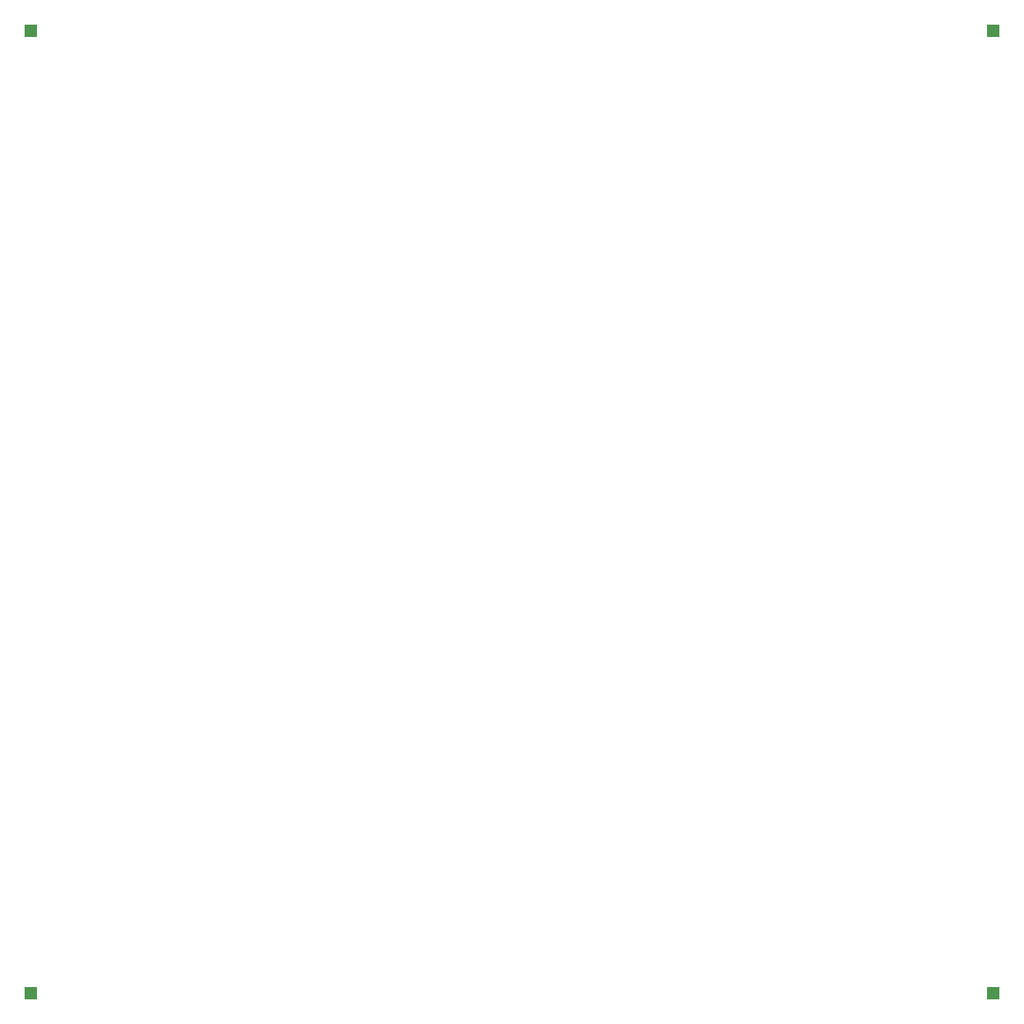
<source format=gbr>
G04 #@! TF.GenerationSoftware,KiCad,Pcbnew,5.1.5+dfsg1-2build2*
G04 #@! TF.CreationDate,2021-01-04T12:44:22+01:00*
G04 #@! TF.ProjectId,XY_TOUCH,58595f54-4f55-4434-982e-6b696361645f,rev?*
G04 #@! TF.SameCoordinates,Original*
G04 #@! TF.FileFunction,Soldermask,Top*
G04 #@! TF.FilePolarity,Negative*
%FSLAX46Y46*%
G04 Gerber Fmt 4.6, Leading zero omitted, Abs format (unit mm)*
G04 Created by KiCad (PCBNEW 5.1.5+dfsg1-2build2) date 2021-01-04 12:44:22*
%MOMM*%
%LPD*%
G04 APERTURE LIST*
%ADD10C,0.100000*%
G04 APERTURE END LIST*
D10*
G36*
X143551000Y-143551000D02*
G01*
X142449000Y-143551000D01*
X142449000Y-142449000D01*
X143551000Y-142449000D01*
X143551000Y-143551000D01*
G37*
G36*
X57551000Y-143551000D02*
G01*
X56449000Y-143551000D01*
X56449000Y-142449000D01*
X57551000Y-142449000D01*
X57551000Y-143551000D01*
G37*
G36*
X143551000Y-57551000D02*
G01*
X142449000Y-57551000D01*
X142449000Y-56449000D01*
X143551000Y-56449000D01*
X143551000Y-57551000D01*
G37*
G36*
X57551000Y-57551000D02*
G01*
X56449000Y-57551000D01*
X56449000Y-56449000D01*
X57551000Y-56449000D01*
X57551000Y-57551000D01*
G37*
M02*

</source>
